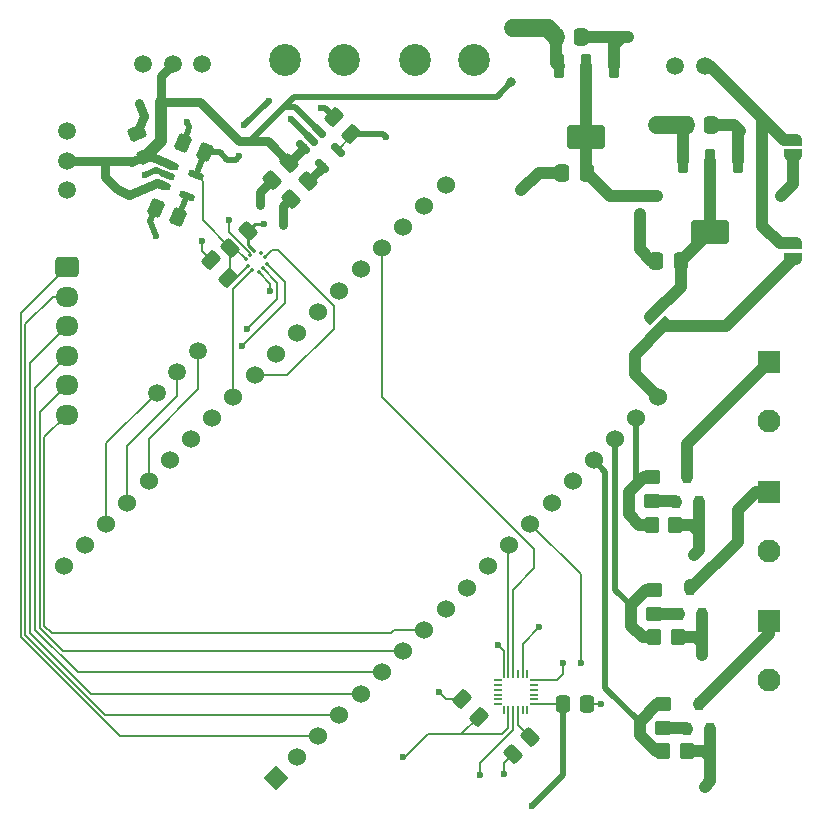
<source format=gbr>
%TF.GenerationSoftware,KiCad,Pcbnew,9.0.1*%
%TF.CreationDate,2025-04-15T15:10:41-07:00*%
%TF.ProjectId,IO:Sensor Board,494f3a53-656e-4736-9f72-20426f617264,rev?*%
%TF.SameCoordinates,Original*%
%TF.FileFunction,Copper,L1,Top*%
%TF.FilePolarity,Positive*%
%FSLAX46Y46*%
G04 Gerber Fmt 4.6, Leading zero omitted, Abs format (unit mm)*
G04 Created by KiCad (PCBNEW 9.0.1) date 2025-04-15 15:10:41*
%MOMM*%
%LPD*%
G01*
G04 APERTURE LIST*
G04 Aperture macros list*
%AMRoundRect*
0 Rectangle with rounded corners*
0 $1 Rounding radius*
0 $2 $3 $4 $5 $6 $7 $8 $9 X,Y pos of 4 corners*
0 Add a 4 corners polygon primitive as box body*
4,1,4,$2,$3,$4,$5,$6,$7,$8,$9,$2,$3,0*
0 Add four circle primitives for the rounded corners*
1,1,$1+$1,$2,$3*
1,1,$1+$1,$4,$5*
1,1,$1+$1,$6,$7*
1,1,$1+$1,$8,$9*
0 Add four rect primitives between the rounded corners*
20,1,$1+$1,$2,$3,$4,$5,0*
20,1,$1+$1,$4,$5,$6,$7,0*
20,1,$1+$1,$6,$7,$8,$9,0*
20,1,$1+$1,$8,$9,$2,$3,0*%
%AMRotRect*
0 Rectangle, with rotation*
0 The origin of the aperture is its center*
0 $1 length*
0 $2 width*
0 $3 Rotation angle, in degrees counterclockwise*
0 Add horizontal line*
21,1,$1,$2,0,0,$3*%
%AMFreePoly0*
4,1,23,0.499999,-0.750000,0.000000,-0.750000,0.000000,-0.745722,-0.065263,-0.745722,-0.191342,-0.711940,-0.304381,-0.646677,-0.396677,-0.554382,-0.461940,-0.441342,-0.495722,-0.315263,-0.495722,-0.250000,-0.500000,-0.250000,-0.500000,0.250000,-0.495722,0.250000,-0.495722,0.315263,-0.461940,0.441342,-0.396677,0.554382,-0.304381,0.646677,-0.191342,0.711940,-0.065263,0.745722,0.000000,0.745722,
0.000000,0.750000,0.499999,0.750000,0.499999,-0.750000,0.499999,-0.750000,$1*%
%AMFreePoly1*
4,1,23,0.000000,0.745722,0.065263,0.745722,0.191342,0.711940,0.304381,0.646677,0.396677,0.554382,0.461940,0.441342,0.495722,0.315263,0.495722,0.250000,0.500000,0.250000,0.500000,-0.250000,0.495722,-0.250000,0.495722,-0.315263,0.461940,-0.441342,0.396677,-0.554382,0.304381,-0.646677,0.191342,-0.711940,0.065263,-0.745722,0.000000,-0.745722,0.000000,-0.750000,-0.499999,-0.750000,
-0.499999,0.750000,0.000000,0.750000,0.000000,0.745722,0.000000,0.745722,$1*%
G04 Aperture macros list end*
%TA.AperFunction,SMDPad,CuDef*%
%ADD10RoundRect,0.250000X-0.337500X-0.475000X0.337500X-0.475000X0.337500X0.475000X-0.337500X0.475000X0*%
%TD*%
%TA.AperFunction,ComponentPad*%
%ADD11C,1.498600*%
%TD*%
%TA.AperFunction,SMDPad,CuDef*%
%ADD12RoundRect,0.250000X-0.350000X-0.450000X0.350000X-0.450000X0.350000X0.450000X-0.350000X0.450000X0*%
%TD*%
%TA.AperFunction,SMDPad,CuDef*%
%ADD13RoundRect,0.250000X0.574524X0.097227X0.097227X0.574524X-0.574524X-0.097227X-0.097227X-0.574524X0*%
%TD*%
%TA.AperFunction,SMDPad,CuDef*%
%ADD14RoundRect,0.250000X0.450000X-0.350000X0.450000X0.350000X-0.450000X0.350000X-0.450000X-0.350000X0*%
%TD*%
%TA.AperFunction,SMDPad,CuDef*%
%ADD15RoundRect,0.116250X-0.348750X0.873750X-0.348750X-0.873750X0.348750X-0.873750X0.348750X0.873750X0*%
%TD*%
%TA.AperFunction,SMDPad,CuDef*%
%ADD16RoundRect,0.247500X-1.367500X0.742500X-1.367500X-0.742500X1.367500X-0.742500X1.367500X0.742500X0*%
%TD*%
%TA.AperFunction,SMDPad,CuDef*%
%ADD17FreePoly0,315.000000*%
%TD*%
%TA.AperFunction,SMDPad,CuDef*%
%ADD18FreePoly1,315.000000*%
%TD*%
%TA.AperFunction,SMDPad,CuDef*%
%ADD19RoundRect,0.150000X-0.468458X0.256326X0.256326X-0.468458X0.468458X-0.256326X-0.256326X0.468458X0*%
%TD*%
%TA.AperFunction,SMDPad,CuDef*%
%ADD20RoundRect,0.250000X0.337500X0.475000X-0.337500X0.475000X-0.337500X-0.475000X0.337500X-0.475000X0*%
%TD*%
%TA.AperFunction,SMDPad,CuDef*%
%ADD21RoundRect,0.250000X-0.493584X-0.309687X0.130035X-0.567998X0.493584X0.309687X-0.130035X0.567998X0*%
%TD*%
%TA.AperFunction,ComponentPad*%
%ADD22R,1.950000X1.950000*%
%TD*%
%TA.AperFunction,ComponentPad*%
%ADD23C,1.950000*%
%TD*%
%TA.AperFunction,SMDPad,CuDef*%
%ADD24RoundRect,0.250000X0.097227X-0.574524X0.574524X-0.097227X-0.097227X0.574524X-0.574524X0.097227X0*%
%TD*%
%TA.AperFunction,SMDPad,CuDef*%
%ADD25FreePoly0,90.000000*%
%TD*%
%TA.AperFunction,SMDPad,CuDef*%
%ADD26FreePoly1,90.000000*%
%TD*%
%TA.AperFunction,ComponentPad*%
%ADD27C,2.700000*%
%TD*%
%TA.AperFunction,SMDPad,CuDef*%
%ADD28RotRect,0.254000X0.279400X135.000000*%
%TD*%
%TA.AperFunction,SMDPad,CuDef*%
%ADD29RotRect,0.254000X0.254000X45.000000*%
%TD*%
%TA.AperFunction,SMDPad,CuDef*%
%ADD30RoundRect,0.250000X-0.574524X-0.097227X-0.097227X-0.574524X0.574524X0.097227X0.097227X0.574524X0*%
%TD*%
%TA.AperFunction,SMDPad,CuDef*%
%ADD31R,0.650000X1.100000*%
%TD*%
%TA.AperFunction,SMDPad,CuDef*%
%ADD32RoundRect,0.150000X-0.530891X0.057543X0.416086X-0.334707X0.530891X-0.057543X-0.416086X0.334707X0*%
%TD*%
%TA.AperFunction,ComponentPad*%
%ADD33RotRect,1.530000X1.530000X135.000000*%
%TD*%
%TA.AperFunction,ComponentPad*%
%ADD34C,1.530000*%
%TD*%
%TA.AperFunction,SMDPad,CuDef*%
%ADD35R,0.660400X0.203200*%
%TD*%
%TA.AperFunction,SMDPad,CuDef*%
%ADD36R,0.203200X0.660400*%
%TD*%
%TA.AperFunction,SMDPad,CuDef*%
%ADD37RoundRect,0.250000X-0.567998X0.130035X-0.309687X-0.493584X0.567998X-0.130035X0.309687X0.493584X0*%
%TD*%
%TA.AperFunction,ComponentPad*%
%ADD38RoundRect,0.250000X-0.725000X0.600000X-0.725000X-0.600000X0.725000X-0.600000X0.725000X0.600000X0*%
%TD*%
%TA.AperFunction,ComponentPad*%
%ADD39O,1.950000X1.700000*%
%TD*%
%TA.AperFunction,SMDPad,CuDef*%
%ADD40FreePoly0,270.000000*%
%TD*%
%TA.AperFunction,SMDPad,CuDef*%
%ADD41FreePoly1,270.000000*%
%TD*%
%TA.AperFunction,SMDPad,CuDef*%
%ADD42RoundRect,0.250000X-0.097227X0.574524X-0.574524X0.097227X0.097227X-0.574524X0.574524X-0.097227X0*%
%TD*%
%TA.AperFunction,ViaPad*%
%ADD43C,0.600000*%
%TD*%
%TA.AperFunction,ViaPad*%
%ADD44C,0.800000*%
%TD*%
%TA.AperFunction,Conductor*%
%ADD45C,1.000000*%
%TD*%
%TA.AperFunction,Conductor*%
%ADD46C,0.175000*%
%TD*%
%TA.AperFunction,Conductor*%
%ADD47C,0.200000*%
%TD*%
%TA.AperFunction,Conductor*%
%ADD48C,0.500000*%
%TD*%
%TA.AperFunction,Conductor*%
%ADD49C,0.250000*%
%TD*%
%TA.AperFunction,Conductor*%
%ADD50C,0.750000*%
%TD*%
%TA.AperFunction,Conductor*%
%ADD51C,1.500000*%
%TD*%
G04 APERTURE END LIST*
D10*
%TO.P,C9,1*%
%TO.N,GND*%
X184925000Y-88000000D03*
%TO.P,C9,2*%
%TO.N,Net-(JP3-A)*%
X187000000Y-88000000D03*
%TD*%
D11*
%TO.P,J1,1,1*%
%TO.N,PYRO_1*%
X146142393Y-95606859D03*
%TO.P,J1,2,2*%
%TO.N,PYRO_2*%
X144374626Y-97374626D03*
%TO.P,J1,3,3*%
%TO.N,PYRO_3*%
X142606859Y-99142393D03*
%TD*%
D12*
%TO.P,R2,1*%
%TO.N,PYRO_6*%
X185500000Y-129500000D03*
%TO.P,R2,2*%
%TO.N,GND*%
X187500000Y-129500000D03*
%TD*%
D13*
%TO.P,C3,1*%
%TO.N,+3.3V_b*%
X148649714Y-89382812D03*
%TO.P,C3,2*%
%TO.N,GND*%
X147182468Y-87915566D03*
%TD*%
D14*
%TO.P,R3,1*%
%TO.N,Net-(Q2-Pad1)*%
X184760000Y-117850002D03*
%TO.P,R3,2*%
%TO.N,PYRO_7*%
X184760000Y-115850000D03*
%TD*%
D15*
%TO.P,U7,1,GND*%
%TO.N,GND*%
X191800001Y-79484998D03*
%TO.P,U7,2,VOUT*%
%TO.N,Net-(JP3-A)*%
X189500000Y-79485000D03*
%TO.P,U7,3,VIN*%
%TO.N,+12V*%
X187200001Y-79485000D03*
D16*
%TO.P,U7,4,VOUT*%
%TO.N,Net-(JP3-A)*%
X189500000Y-85515000D03*
%TD*%
D17*
%TO.P,JP3,1,A*%
%TO.N,Net-(JP3-A)*%
X184580762Y-92580762D03*
D18*
%TO.P,JP3,2,B*%
%TO.N,+5V_a*%
X185500000Y-93500000D03*
%TD*%
D19*
%TO.P,U5,1,IN*%
%TO.N,+5V_b*%
X156343503Y-76962040D03*
%TO.P,U5,2,GND*%
%TO.N,GND*%
X155671752Y-77633791D03*
%TO.P,U5,3,EN*%
%TO.N,+5V_b*%
X155000001Y-78305542D03*
%TO.P,U5,4,BP*%
%TO.N,Net-(U5-BP)*%
X156608669Y-79914210D03*
%TO.P,U5,5,OUT*%
%TO.N,+1.8V*%
X157952171Y-78570708D03*
%TD*%
D20*
%TO.P,C14,1*%
%TO.N,GND*%
X178537500Y-69000000D03*
%TO.P,C14,2*%
%TO.N,+12V*%
X176462500Y-69000000D03*
%TD*%
D10*
%TO.P,C15,1*%
%TO.N,GND*%
X176962499Y-80514999D03*
%TO.P,C15,2*%
%TO.N,Net-(JP2-A)*%
X179037499Y-80514999D03*
%TD*%
D21*
%TO.P,C5,1*%
%TO.N,GND*%
X142529344Y-83498106D03*
%TO.P,C5,2*%
%TO.N,Net-(U3-BP)*%
X144446394Y-84292174D03*
%TD*%
D22*
%TO.P,P2,1,1*%
%TO.N,Net-(P2-Pad1)*%
X194500000Y-107500000D03*
D23*
%TO.P,P2,2,2*%
%TO.N,+12V*%
X194500000Y-112500000D03*
%TD*%
D24*
%TO.P,C6,1*%
%TO.N,GND*%
X153974696Y-82707282D03*
%TO.P,C6,2*%
%TO.N,Net-(U5-BP)*%
X155441942Y-81240036D03*
%TD*%
D25*
%TO.P,JP2,1,A*%
%TO.N,Net-(JP2-A)*%
X196500000Y-79000000D03*
D26*
%TO.P,JP2,2,B*%
%TO.N,+5V_b*%
X196500002Y-77699998D03*
%TD*%
D20*
%TO.P,C10,1*%
%TO.N,GND*%
X189537500Y-76500000D03*
%TO.P,C10,2*%
%TO.N,+12V*%
X187462500Y-76500000D03*
%TD*%
D27*
%TO.P,U10,P$1,+*%
%TO.N,+12V*%
X164500000Y-71000000D03*
%TO.P,U10,P$2,-*%
%TO.N,GND*%
X169500000Y-71000000D03*
%TD*%
D24*
%TO.P,C4,1*%
%TO.N,GND*%
X152383705Y-81116291D03*
%TO.P,C4,2*%
%TO.N,+5V_b*%
X153850951Y-79649045D03*
%TD*%
D14*
%TO.P,R1,1*%
%TO.N,Net-(Q1-Pad1)*%
X185500000Y-127500001D03*
%TO.P,R1,2*%
%TO.N,PYRO_6*%
X185500000Y-125499999D03*
%TD*%
D22*
%TO.P,P3,1,1*%
%TO.N,Net-(P3-Pad1)*%
X194500000Y-96500000D03*
D23*
%TO.P,P3,2,2*%
%TO.N,+12V*%
X194500000Y-101500000D03*
%TD*%
D28*
%TO.P,U1,1,VDDIO*%
%TO.N,+3.3V_b*%
X150332203Y-88407431D03*
%TO.P,U1,2,SCK*%
%TO.N,BMP_CLK*%
X150685757Y-88760985D03*
D29*
%TO.P,U1,3,VSS*%
%TO.N,GND*%
X151239636Y-88946741D03*
%TO.P,U1,4,SDI*%
%TO.N,BMP_MOSI*%
X151593188Y-88593188D03*
%TO.P,U1,5,SDO*%
%TO.N,BMP_MISO*%
X151946741Y-88239636D03*
D28*
%TO.P,U1,6,CSB*%
%TO.N,BMP_CS*%
X151760985Y-87685757D03*
%TO.P,U1,7,INT*%
%TO.N,BMP_INT*%
X151407431Y-87332203D03*
D29*
%TO.P,U1,8,VSS*%
%TO.N,GND*%
X150853552Y-87146447D03*
%TO.P,U1,9,VSS*%
X150500000Y-87500000D03*
%TO.P,U1,10,VDD*%
%TO.N,+3.3V_b*%
X150146447Y-87853552D03*
%TD*%
D11*
%TO.P,J4,1,1*%
%TO.N,+5V_b*%
X189000000Y-71500000D03*
%TO.P,J4,2,2*%
%TO.N,GND*%
X186500000Y-71500000D03*
%TD*%
D30*
%TO.P,C8,1*%
%TO.N,GND*%
X157625134Y-75768798D03*
%TO.P,C8,2*%
%TO.N,+1.8V*%
X159092380Y-77236044D03*
%TD*%
D13*
%TO.P,C12,1*%
%TO.N,+1.8V*%
X169908624Y-126558624D03*
%TO.P,C12,2*%
%TO.N,GND*%
X168441378Y-125091378D03*
%TD*%
D31*
%TO.P,Q1,1*%
%TO.N,Net-(Q1-Pad1)*%
X187540000Y-127600001D03*
%TO.P,Q1,2*%
%TO.N,GND*%
X189460000Y-127600001D03*
%TO.P,Q1,3*%
%TO.N,Net-(P1-Pad1)*%
X188500000Y-125500000D03*
%TD*%
D15*
%TO.P,U9,1,GND*%
%TO.N,GND*%
X181300001Y-71484998D03*
%TO.P,U9,2,VOUT*%
%TO.N,Net-(JP2-A)*%
X179000000Y-71485000D03*
%TO.P,U9,3,VIN*%
%TO.N,+12V*%
X176700001Y-71485000D03*
D16*
%TO.P,U9,4,VOUT*%
%TO.N,Net-(JP2-A)*%
X179000000Y-77515000D03*
%TD*%
D14*
%TO.P,R5,1*%
%TO.N,Net-(Q3-Pad1)*%
X184540000Y-108299999D03*
%TO.P,R5,2*%
%TO.N,PYRO_8*%
X184540000Y-106299999D03*
%TD*%
D11*
%TO.P,J5,1,1*%
%TO.N,SERVO_6*%
X135000000Y-77000000D03*
%TO.P,J5,2,2*%
%TO.N,+5V_b*%
X135000000Y-79500000D03*
%TO.P,J5,3,3*%
%TO.N,GND*%
X135000000Y-82000000D03*
%TD*%
D32*
%TO.P,U3,1,IN*%
%TO.N,+5V_b*%
X143837036Y-79818442D03*
%TO.P,U3,2,GND*%
%TO.N,GND*%
X143473487Y-80696127D03*
%TO.P,U3,3,EN*%
%TO.N,+5V_b*%
X143109937Y-81573812D03*
%TO.P,U3,4,BP*%
%TO.N,Net-(U3-BP)*%
X145211764Y-82444416D03*
%TO.P,U3,5,OUT*%
%TO.N,+3.3V_b*%
X145938863Y-80689046D03*
%TD*%
D31*
%TO.P,Q2,1*%
%TO.N,Net-(Q2-Pad1)*%
X186840000Y-117850001D03*
%TO.P,Q2,2*%
%TO.N,GND*%
X188760000Y-117850001D03*
%TO.P,Q2,3*%
%TO.N,Net-(P2-Pad1)*%
X187800000Y-115750000D03*
%TD*%
D24*
%TO.P,C2,1*%
%TO.N,+3.3V_b*%
X148844169Y-86890261D03*
%TO.P,C2,2*%
%TO.N,GND*%
X150311415Y-85423015D03*
%TD*%
D10*
%TO.P,C11,1*%
%TO.N,+3.3V_b*%
X177000001Y-125500000D03*
%TO.P,C11,2*%
%TO.N,GND*%
X179075001Y-125500000D03*
%TD*%
D33*
%TO.P,U2,1,3V3*%
%TO.N,unconnected-(U2-3V3-Pad1)*%
X152703949Y-131796051D03*
D34*
%TO.P,U2,2,EN*%
%TO.N,unconnected-(U2-EN-Pad2)*%
X154500000Y-130000000D03*
%TO.P,U2,3,SENSOR_VP*%
%TO.N,SERVO_1*%
X156296052Y-128203949D03*
%TO.P,U2,4,SENSOR_VN*%
%TO.N,SERVO_2*%
X158092103Y-126407897D03*
%TO.P,U2,5,IO34*%
%TO.N,SERVO_3*%
X159888154Y-124611846D03*
%TO.P,U2,6,IO35*%
%TO.N,SERVO_4*%
X161684205Y-122815795D03*
%TO.P,U2,7,IO32*%
%TO.N,PYRO_4*%
X163480257Y-121019744D03*
%TO.P,U2,8,IO33*%
%TO.N,PYRO_5*%
X165276308Y-119223693D03*
%TO.P,U2,9,IO25*%
%TO.N,unconnected-(U2-IO25-Pad9)*%
X167072359Y-117427641D03*
%TO.P,U2,10,IO26*%
%TO.N,unconnected-(U2-IO26-Pad10)*%
X168868410Y-115631590D03*
%TO.P,U2,11,IO27*%
%TO.N,unconnected-(U2-IO27-Pad11)*%
X170664461Y-113835539D03*
%TO.P,U2,12,IO14*%
%TO.N,ICM_CLK*%
X172460513Y-112039488D03*
%TO.P,U2,13,IO12*%
%TO.N,ICM_MISO*%
X174256564Y-110243436D03*
%TO.P,U2,14,GND1*%
%TO.N,GND*%
X176052615Y-108447385D03*
%TO.P,U2,15,IO13*%
%TO.N,ICM_MOSI*%
X177848666Y-106651334D03*
%TO.P,U2,16,SD2*%
%TO.N,PYRO_6*%
X179644718Y-104855283D03*
%TO.P,U2,17,SD3*%
%TO.N,PYRO_7*%
X181440769Y-103059231D03*
%TO.P,U2,18,CMD*%
%TO.N,PYRO_8*%
X183236820Y-101263180D03*
%TO.P,U2,19,EXT_5V*%
%TO.N,+5V_a*%
X185032871Y-99467129D03*
%TO.P,U2,20,CLK*%
%TO.N,unconnected-(U2-CLK-Pad20)*%
X167072359Y-81506617D03*
%TO.P,U2,21,SD0*%
%TO.N,unconnected-(U2-SD0-Pad21)*%
X165276308Y-83302668D03*
%TO.P,U2,22,SD1*%
%TO.N,unconnected-(U2-SD1-Pad22)*%
X163480257Y-85098719D03*
%TO.P,U2,23,IO15*%
%TO.N,ICM_CS*%
X161684205Y-86894770D03*
%TO.P,U2,24,IO2*%
%TO.N,unconnected-(U2-IO2-Pad24)*%
X159888154Y-88690822D03*
%TO.P,U2,25,IO0*%
%TO.N,unconnected-(U2-IO0-Pad25)*%
X158092103Y-90486873D03*
%TO.P,U2,26,IO4*%
%TO.N,unconnected-(U2-IO4-Pad26)*%
X156296052Y-92282924D03*
%TO.P,U2,27,IO16*%
%TO.N,SERVO_5*%
X154500000Y-94078975D03*
%TO.P,U2,28,IO17*%
%TO.N,SERVO_6*%
X152703949Y-95875027D03*
%TO.P,U2,29,IO5*%
%TO.N,BMP_CS*%
X150907898Y-97671078D03*
%TO.P,U2,30,IO18*%
%TO.N,BMP_CLK*%
X149111847Y-99467129D03*
%TO.P,U2,31,IO19*%
%TO.N,BMP_MISO*%
X147315795Y-101263180D03*
%TO.P,U2,32,GND2*%
%TO.N,GND*%
X145519744Y-103059231D03*
%TO.P,U2,33,IO21*%
%TO.N,unconnected-(U2-IO21-Pad33)*%
X143723693Y-104855283D03*
%TO.P,U2,34,RXD0*%
%TO.N,PYRO_1*%
X141927642Y-106651334D03*
%TO.P,U2,35,TXD0*%
%TO.N,PYRO_2*%
X140131591Y-108447385D03*
%TO.P,U2,36,IO22*%
%TO.N,PYRO_3*%
X138335539Y-110243436D03*
%TO.P,U2,37,IO23*%
%TO.N,BMP_MOSI*%
X136539488Y-112039488D03*
%TO.P,U2,38,GND3*%
%TO.N,GND*%
X134743437Y-113835539D03*
%TD*%
D12*
%TO.P,R6,1*%
%TO.N,PYRO_8*%
X184540000Y-110299999D03*
%TO.P,R6,2*%
%TO.N,GND*%
X186540000Y-110299999D03*
%TD*%
D35*
%TO.P,U4,1,NC*%
%TO.N,unconnected-(U4-NC-Pad1)*%
X171476000Y-123499999D03*
%TO.P,U4,2,NC*%
%TO.N,unconnected-(U4-NC-Pad2)*%
X171476000Y-123900001D03*
%TO.P,U4,3,NC*%
%TO.N,unconnected-(U4-NC-Pad3)*%
X171476000Y-124300000D03*
%TO.P,U4,4,NC*%
%TO.N,unconnected-(U4-NC-Pad4)*%
X171476000Y-124700000D03*
%TO.P,U4,5,NC*%
%TO.N,unconnected-(U4-NC-Pad5)*%
X171476000Y-125099999D03*
%TO.P,U4,6,NC*%
%TO.N,unconnected-(U4-NC-Pad6)*%
X171476000Y-125500001D03*
D36*
%TO.P,U4,7,AUX_CL*%
%TO.N,unconnected-(U4-AUX_CL-Pad7)*%
X171999999Y-126024000D03*
%TO.P,U4,8,VDDIO*%
%TO.N,+1.8V*%
X172400001Y-126024000D03*
%TO.P,U4,9,SDO/AD0*%
%TO.N,ICM_MISO*%
X172800000Y-126024000D03*
%TO.P,U4,10,REGOUT*%
%TO.N,Net-(U4-REGOUT)*%
X173200000Y-126024000D03*
%TO.P,U4,11,FSYNC*%
%TO.N,FSYNC*%
X173599999Y-126024000D03*
%TO.P,U4,12,INT1*%
%TO.N,ICM_INT*%
X174000001Y-126024000D03*
D35*
%TO.P,U4,13,VDD*%
%TO.N,+3.3V_b*%
X174524000Y-125500001D03*
%TO.P,U4,14,NC*%
%TO.N,unconnected-(U4-NC-Pad14)*%
X174524000Y-125099999D03*
%TO.P,U4,15,NC*%
%TO.N,unconnected-(U4-NC-Pad15)*%
X174524000Y-124700000D03*
%TO.P,U4,16,NC*%
%TO.N,unconnected-(U4-NC-Pad16)*%
X174524000Y-124300000D03*
%TO.P,U4,17,NC*%
%TO.N,unconnected-(U4-NC-Pad17)*%
X174524000Y-123900001D03*
%TO.P,U4,18,GND*%
%TO.N,GND*%
X174524000Y-123499999D03*
D36*
%TO.P,U4,19,RESV*%
%TO.N,unconnected-(U4-RESV-Pad19)*%
X174000001Y-122976000D03*
%TO.P,U4,20,RESV_GND*%
%TO.N,GND*%
X173599999Y-122976000D03*
%TO.P,U4,21,AUX_DA*%
%TO.N,unconnected-(U4-AUX_DA-Pad21)*%
X173200000Y-122976000D03*
%TO.P,U4,22,nCS*%
%TO.N,ICM_CS*%
X172800000Y-122976000D03*
%TO.P,U4,23,SCL/SCLK*%
%TO.N,ICM_CLK*%
X172400001Y-122976000D03*
%TO.P,U4,24,SDA/SDI*%
%TO.N,ICM_MOSI*%
X171999999Y-122976000D03*
%TD*%
D37*
%TO.P,C1,1*%
%TO.N,GND*%
X140921070Y-77167102D03*
%TO.P,C1,2*%
%TO.N,+5V_b*%
X141715138Y-79084152D03*
%TD*%
D31*
%TO.P,Q3,1*%
%TO.N,Net-(Q3-Pad1)*%
X186580000Y-108400000D03*
%TO.P,Q3,2*%
%TO.N,GND*%
X188500000Y-108400000D03*
%TO.P,Q3,3*%
%TO.N,Net-(P3-Pad1)*%
X187540000Y-106299999D03*
%TD*%
D11*
%TO.P,J2,1,1*%
%TO.N,SERVO_5*%
X146466600Y-71329801D03*
%TO.P,J2,2,2*%
%TO.N,+5V_b*%
X143966600Y-71329801D03*
%TO.P,J2,3,3*%
%TO.N,GND*%
X141466600Y-71329801D03*
%TD*%
D38*
%TO.P,J3,1,1*%
%TO.N,SERVO_1*%
X135000000Y-88500000D03*
D39*
%TO.P,J3,2,2*%
%TO.N,SERVO_2*%
X135000000Y-91000000D03*
%TO.P,J3,3,3*%
%TO.N,SERVO_3*%
X135000000Y-93500000D03*
%TO.P,J3,4,4*%
%TO.N,SERVO_4*%
X135000000Y-95999999D03*
%TO.P,J3,5,5*%
%TO.N,PYRO_4*%
X134999999Y-98499999D03*
%TO.P,J3,6,6*%
%TO.N,PYRO_5*%
X135000000Y-101000000D03*
%TD*%
D21*
%TO.P,C7,1*%
%TO.N,GND*%
X144825447Y-77954828D03*
%TO.P,C7,2*%
%TO.N,+3.3V_b*%
X146742497Y-78748896D03*
%TD*%
D40*
%TO.P,JP1,1,A*%
%TO.N,+5V_b*%
X196500000Y-86500000D03*
D41*
%TO.P,JP1,2,B*%
%TO.N,+5V_a*%
X196500002Y-87800002D03*
%TD*%
D22*
%TO.P,P1,1,1*%
%TO.N,Net-(P1-Pad1)*%
X194462500Y-118500000D03*
D23*
%TO.P,P1,2,2*%
%TO.N,+12V*%
X194462500Y-123500000D03*
%TD*%
D12*
%TO.P,R4,1*%
%TO.N,PYRO_7*%
X184760000Y-119850001D03*
%TO.P,R4,2*%
%TO.N,GND*%
X186760000Y-119850001D03*
%TD*%
D42*
%TO.P,C13,1*%
%TO.N,Net-(U4-REGOUT)*%
X174233624Y-128266377D03*
%TO.P,C13,2*%
%TO.N,GND*%
X172766378Y-129733623D03*
%TD*%
D27*
%TO.P,U8,P$1,+*%
%TO.N,+12V*%
X153500000Y-71000000D03*
%TO.P,U8,P$2,-*%
%TO.N,GND*%
X158500000Y-71000000D03*
%TD*%
D43*
%TO.N,GND*%
X145175302Y-76186325D03*
D44*
X189000000Y-132500000D03*
D43*
X152231775Y-90500000D03*
D44*
X188080000Y-112900000D03*
D43*
X156500000Y-75000000D03*
X146424375Y-86251819D03*
D44*
X188760000Y-121350001D03*
D43*
X180200001Y-125500000D03*
X141611915Y-80682712D03*
X154001213Y-75963252D03*
X151725629Y-84821974D03*
X142588226Y-85903759D03*
X177000000Y-122000000D03*
X183500000Y-84000000D03*
X153326086Y-84938125D03*
X172000001Y-131400001D03*
D44*
X182500000Y-69000000D03*
D43*
X173500000Y-82000000D03*
X175000000Y-119000000D03*
X148702748Y-84521454D03*
D44*
X192000000Y-77000000D03*
D43*
X166500001Y-124500001D03*
X151376086Y-83238125D03*
X141094532Y-74629459D03*
D44*
%TO.N,+5V_b*%
X172650000Y-72850000D03*
D43*
%TO.N,ICM_MOSI*%
X171500000Y-120500000D03*
%TO.N,+3.3V_b*%
X152100000Y-74400000D03*
X174400000Y-134100000D03*
X150000000Y-76500000D03*
X149600000Y-79100000D03*
D44*
%TO.N,+12V*%
X185000000Y-76500000D03*
X172800000Y-68251000D03*
%TO.N,Net-(JP2-A)*%
X185000000Y-82500000D03*
X195500000Y-82500000D03*
D43*
%TO.N,+1.8V*%
X163500000Y-130000000D03*
X162000000Y-77500000D03*
%TO.N,ICM_MISO*%
X178500000Y-122000000D03*
X170000000Y-131500000D03*
%TO.N,BMP_MISO*%
X149850000Y-95150000D03*
%TO.N,BMP_MOSI*%
X150300000Y-93700000D03*
%TD*%
D45*
%TO.N,GND*%
X188500000Y-112480000D02*
X188080000Y-112900000D01*
D46*
X152231775Y-90500000D02*
X152231775Y-90609079D01*
D47*
X167091378Y-125091377D02*
X166500001Y-124500001D01*
D45*
X191800001Y-77199999D02*
X192000000Y-77000000D01*
D48*
X142060560Y-84629857D02*
X142529349Y-83498105D01*
D45*
X191800001Y-79484998D02*
X191800001Y-77199999D01*
X189460000Y-130000000D02*
X189460000Y-132040000D01*
X178537500Y-69000000D02*
X182000000Y-69000000D01*
D48*
X145366644Y-76648263D02*
X145175302Y-76186325D01*
D45*
X188760000Y-117850001D02*
X188760000Y-120350001D01*
X181300001Y-69699999D02*
X182000000Y-69000000D01*
X188500000Y-110900000D02*
X188500000Y-112480000D01*
D49*
X150853552Y-87146447D02*
X150311415Y-86604310D01*
D50*
X141094532Y-74629459D02*
X141091546Y-74622249D01*
D46*
X151239635Y-88946741D02*
X152231775Y-89938880D01*
X172766378Y-129733622D02*
X172000001Y-130500000D01*
X148702748Y-84521454D02*
X148702748Y-85511403D01*
D45*
X184500000Y-88000000D02*
X184925000Y-88000000D01*
D46*
X172000001Y-131400001D02*
X172000001Y-131500000D01*
D45*
X181300001Y-71484998D02*
X181300001Y-69699999D01*
D50*
X151376086Y-82123914D02*
X152383706Y-81116294D01*
D48*
X142588226Y-85903759D02*
X142060560Y-84629857D01*
D46*
X173599999Y-122976000D02*
X173599999Y-120400001D01*
X147182467Y-87915567D02*
X146424374Y-87157469D01*
D45*
X188500000Y-108400000D02*
X188500000Y-110900000D01*
D48*
X157625134Y-75768798D02*
X156856336Y-75000000D01*
D46*
X176475002Y-123500000D02*
X177000000Y-122975002D01*
D45*
X186540000Y-110299999D02*
X187899999Y-110299999D01*
D48*
X156856336Y-75000000D02*
X156500000Y-75000000D01*
D45*
X182000000Y-69000000D02*
X182500000Y-69000000D01*
X175514999Y-80514999D02*
X174985001Y-80514999D01*
D50*
X151376086Y-83238125D02*
X151376086Y-82123914D01*
D49*
X150912456Y-84821974D02*
X151725629Y-84821974D01*
D45*
X189460000Y-132040000D02*
X189000000Y-132500000D01*
X188760000Y-120350001D02*
X188760000Y-121350001D01*
D46*
X150499999Y-87308655D02*
X150499999Y-87500000D01*
D50*
X153326086Y-84938125D02*
X153326086Y-83355892D01*
X140921071Y-77167103D02*
X141533366Y-75688895D01*
D49*
X150311415Y-86604310D02*
X150311415Y-85423015D01*
D45*
X183500000Y-84000000D02*
X183500000Y-87000000D01*
X176962499Y-80514999D02*
X175514999Y-80514999D01*
D48*
X142526513Y-80303874D02*
X143473487Y-80696126D01*
D45*
X187500000Y-129500000D02*
X188960000Y-129500000D01*
X188260000Y-119850001D02*
X188760000Y-120350001D01*
X186760000Y-119850001D02*
X188260000Y-119850001D01*
D46*
X173599999Y-120400001D02*
X175000000Y-119000000D01*
D48*
X141611915Y-80682712D02*
X142526513Y-80303874D01*
X144825449Y-77954825D02*
X145236829Y-76961655D01*
D46*
X179075001Y-125500000D02*
X180200001Y-125500000D01*
D50*
X141533366Y-75688895D02*
X141094532Y-74629459D01*
D45*
X188960000Y-129500000D02*
X189460000Y-130000000D01*
X183500000Y-87000000D02*
X184500000Y-88000000D01*
D46*
X148702748Y-85511403D02*
X150499999Y-87308655D01*
X152231775Y-89938880D02*
X152231775Y-90500000D01*
D48*
X145236829Y-76961655D02*
X145366644Y-76648263D01*
D46*
X172000001Y-130500000D02*
X172000001Y-131400001D01*
D50*
X153326086Y-83355892D02*
X153974695Y-82707283D01*
D45*
X191500000Y-76500000D02*
X192000000Y-77000000D01*
D46*
X146424374Y-87157469D02*
X146424375Y-86251819D01*
D47*
X168441378Y-125091377D02*
X167091378Y-125091377D01*
D46*
X176475002Y-123500000D02*
X174524001Y-123500000D01*
D45*
X189460000Y-127600001D02*
X189460000Y-130000000D01*
D46*
X177000000Y-122975002D02*
X177000000Y-122000000D01*
D45*
X174985001Y-80514999D02*
X173500000Y-82000000D01*
D48*
X155671752Y-77633791D02*
X154001213Y-75963252D01*
D45*
X189537500Y-76500000D02*
X191500000Y-76500000D01*
D49*
X150311415Y-85423015D02*
X150912456Y-84821974D01*
D45*
X187899999Y-110299999D02*
X188500000Y-110900000D01*
D46*
%TO.N,Net-(U4-REGOUT)*%
X173200001Y-127232754D02*
X174233624Y-128266377D01*
X173200001Y-126024000D02*
X173200001Y-127232754D01*
D48*
%TO.N,+5V_b*%
X153364824Y-74973301D02*
X154238125Y-74100000D01*
D50*
X139216039Y-81920034D02*
X140306216Y-82371600D01*
X140306216Y-82371600D02*
X142671091Y-81392033D01*
D45*
X189500000Y-71500000D02*
X189000000Y-71500000D01*
D50*
X143109940Y-81573807D02*
X142671091Y-81392033D01*
D45*
X195400000Y-86500000D02*
X193900000Y-85000000D01*
D50*
X141889724Y-79011835D02*
X143837033Y-79818439D01*
X143000000Y-74500000D02*
X143000000Y-72296401D01*
D45*
X141715138Y-79084152D02*
X143000000Y-77799290D01*
D50*
X140452506Y-79607154D02*
X140345352Y-79500000D01*
D45*
X143000000Y-77799290D02*
X143000000Y-74500000D01*
X196500000Y-86500000D02*
X195400000Y-86500000D01*
D50*
X138200000Y-79500000D02*
X135000000Y-79500000D01*
D48*
X153364824Y-74973301D02*
X150500000Y-77838125D01*
D45*
X193900000Y-75900000D02*
X193200000Y-75200000D01*
X193900000Y-85000000D02*
X193900000Y-75900000D01*
D50*
X155000000Y-78500000D02*
X155000002Y-78305544D01*
D45*
X196500002Y-77699998D02*
X195699998Y-77699998D01*
D50*
X138200000Y-80903995D02*
X139216039Y-81920034D01*
D48*
X154238125Y-74100000D02*
X171400000Y-74100000D01*
D45*
X193200000Y-75200000D02*
X189500000Y-71500000D01*
D50*
X152040031Y-77838125D02*
X150500000Y-77838125D01*
D48*
X156343504Y-76962041D02*
X154354765Y-74973301D01*
D50*
X152040031Y-77838125D02*
X153850951Y-79649045D01*
D48*
X154354765Y-74973301D02*
X153364824Y-74973301D01*
D50*
X138200000Y-79500000D02*
X138200000Y-80903995D01*
X149605892Y-77838125D02*
X146267767Y-74500000D01*
X140345352Y-79500000D02*
X138200000Y-79500000D01*
X153850953Y-79649046D02*
X155000000Y-78500000D01*
D48*
X171400000Y-74100000D02*
X172650000Y-72850000D01*
D50*
X143000000Y-72296401D02*
X143966600Y-71329801D01*
X150500000Y-77838125D02*
X149605892Y-77838125D01*
D45*
X195699998Y-77699998D02*
X193200000Y-75200000D01*
D50*
X146267767Y-74500000D02*
X143000000Y-74500000D01*
X140452506Y-79607154D02*
X141889724Y-79011835D01*
D45*
%TO.N,Net-(JP3-A)*%
X184580762Y-92580762D02*
X187000000Y-90161524D01*
X187015000Y-88000000D02*
X189500000Y-85515000D01*
X187000000Y-90161524D02*
X187000000Y-88000000D01*
X187000000Y-88000000D02*
X187015000Y-88000000D01*
X189500000Y-85515000D02*
X189500000Y-79485000D01*
D47*
%TO.N,PYRO_3*%
X138335539Y-103413713D02*
X142606859Y-99142393D01*
X138335539Y-110243436D02*
X138335539Y-103413713D01*
D46*
%TO.N,ICM_MOSI*%
X171999999Y-122976000D02*
X171999999Y-120999999D01*
X171999999Y-120999999D02*
X171500000Y-120500000D01*
D48*
%TO.N,+3.3V_b*%
X148596681Y-86890261D02*
X148844169Y-86890261D01*
D46*
X150332203Y-88407431D02*
X149356821Y-89382813D01*
X174524002Y-125500000D02*
X174524001Y-125500002D01*
D48*
X148600000Y-79400000D02*
X149300000Y-79400000D01*
X148649715Y-89453523D02*
X148649715Y-89382813D01*
X174400000Y-134100000D02*
X177000001Y-131499999D01*
X177000001Y-131499999D02*
X177000001Y-125500000D01*
D46*
X146500000Y-81250183D02*
X145938863Y-80689046D01*
D48*
X146742497Y-78748894D02*
X145938862Y-80689043D01*
X149300000Y-79400000D02*
X149600000Y-79100000D01*
X147948896Y-78748896D02*
X148600000Y-79400000D01*
D46*
X148649715Y-89382813D02*
X148844169Y-89188358D01*
X149183156Y-86890261D02*
X148844169Y-86890261D01*
D48*
X146742497Y-78748896D02*
X147948896Y-78748896D01*
D46*
X148844169Y-89188358D02*
X148844169Y-86890261D01*
D48*
X152100000Y-74400000D02*
X150000000Y-76500000D01*
D46*
X146500000Y-84546092D02*
X146500000Y-81250183D01*
X149356821Y-89382813D02*
X148649715Y-89382813D01*
X148844169Y-86890261D02*
X146500000Y-84546092D01*
X150146447Y-87853552D02*
X149183156Y-86890261D01*
X177000001Y-125499999D02*
X174524002Y-125500000D01*
D45*
%TO.N,+5V_a*%
X185500000Y-93500000D02*
X183100000Y-95900000D01*
X183100000Y-97534258D02*
X185032871Y-99467129D01*
X190800004Y-93500000D02*
X185500000Y-93500000D01*
X196500002Y-87800002D02*
X190800004Y-93500000D01*
X183100000Y-95900000D02*
X183100000Y-97534258D01*
%TO.N,+12V*%
X176462500Y-69000000D02*
X176462500Y-71247499D01*
D51*
X172800000Y-68251000D02*
X175713500Y-68251000D01*
X175713500Y-68251000D02*
X176462500Y-69000000D01*
D45*
X176462500Y-71247499D02*
X176700001Y-71485000D01*
D51*
X185000000Y-76500000D02*
X187462500Y-76500000D01*
D45*
X187200001Y-76762499D02*
X187462500Y-76500000D01*
X187200001Y-79485000D02*
X187200001Y-76762499D01*
%TO.N,Net-(JP2-A)*%
X179000000Y-80477500D02*
X179037500Y-80515000D01*
X185000000Y-82500000D02*
X181022500Y-82500000D01*
X179000000Y-77515000D02*
X179000000Y-80477500D01*
X181022500Y-82500000D02*
X179037499Y-80514999D01*
X179000000Y-77515000D02*
X179000000Y-71485000D01*
X196500000Y-79000000D02*
X196500000Y-81500000D01*
X179037499Y-80514999D02*
X179037499Y-80537499D01*
X196500000Y-81500000D02*
X195500000Y-82500000D01*
D47*
%TO.N,SERVO_3*%
X131903000Y-96597000D02*
X135000000Y-93500000D01*
X131903000Y-119468800D02*
X131903000Y-96597000D01*
X159888154Y-124611846D02*
X137046046Y-124611846D01*
X137046046Y-124611846D02*
X131903000Y-119468800D01*
%TO.N,SERVO_1*%
X139503949Y-128203949D02*
X131101000Y-119801000D01*
X156296052Y-128203949D02*
X139503949Y-128203949D01*
X131101000Y-92399000D02*
X135000000Y-88500000D01*
X131101000Y-119801000D02*
X131101000Y-92399000D01*
D45*
%TO.N,Net-(P1-Pad1)*%
X188500000Y-125500000D02*
X194462500Y-119537500D01*
X194462500Y-119537500D02*
X194462500Y-118500000D01*
%TO.N,Net-(P2-Pad1)*%
X193400000Y-107500000D02*
X194500000Y-107500000D01*
X191800000Y-109100000D02*
X193400000Y-107500000D01*
X187800000Y-115750000D02*
X187800000Y-115410001D01*
X187800000Y-115750000D02*
X191800000Y-111750000D01*
X191800000Y-111750000D02*
X191800000Y-109100000D01*
D46*
%TO.N,ICM_CLK*%
X172400001Y-122976000D02*
X172400001Y-112100000D01*
X172400001Y-112100000D02*
X172460513Y-112039488D01*
D47*
%TO.N,SERVO_2*%
X158092103Y-126407897D02*
X138274997Y-126407897D01*
X131502000Y-93298000D02*
X133800000Y-91000000D01*
X138274997Y-126407897D02*
X131502000Y-119634900D01*
X131502000Y-119634900D02*
X131502000Y-93298000D01*
X133800000Y-91000000D02*
X135000000Y-91000000D01*
%TO.N,PYRO_2*%
X140131591Y-108447385D02*
X140131591Y-103668409D01*
X144374626Y-99425374D02*
X144374626Y-97374626D01*
X140131591Y-103668409D02*
X144374626Y-99425374D01*
D46*
%TO.N,+1.8V*%
X165550000Y-128050000D02*
X167975000Y-128050000D01*
X157952172Y-78570709D02*
X159092381Y-77430498D01*
X163600000Y-130000000D02*
X165550000Y-128050000D01*
D48*
X159092380Y-77236044D02*
X161736044Y-77236044D01*
D46*
X159092381Y-77430498D02*
X159092382Y-77236043D01*
X168417248Y-128050000D02*
X169908624Y-126558623D01*
D48*
X161736044Y-77236044D02*
X162000000Y-77500000D01*
D46*
X171837500Y-128050000D02*
X172400002Y-127487499D01*
X163500000Y-130000000D02*
X163600000Y-130000000D01*
X172400002Y-127487499D02*
X172400002Y-126024000D01*
X167975000Y-128050000D02*
X168417248Y-128050000D01*
X167975000Y-128050000D02*
X171837500Y-128050000D01*
%TO.N,ICM_MISO*%
X172800000Y-127700000D02*
X170000000Y-130500000D01*
X178500000Y-114486872D02*
X174256564Y-110243436D01*
X178500000Y-122000000D02*
X178500000Y-114486872D01*
X172800000Y-126024000D02*
X172800000Y-127700000D01*
X170000000Y-130500000D02*
X170000000Y-131500000D01*
%TO.N,BMP_CS*%
X152850000Y-87050000D02*
X157600000Y-91800000D01*
X157600000Y-91800000D02*
X157600000Y-93700000D01*
X152396742Y-87050000D02*
X152850000Y-87050000D01*
X153628922Y-97671078D02*
X150907898Y-97671078D01*
X151760985Y-87685757D02*
X152396742Y-87050000D01*
X157600000Y-93700000D02*
X153628922Y-97671078D01*
%TO.N,ICM_CS*%
X161684205Y-99484205D02*
X161684205Y-86894770D01*
X172800001Y-115799999D02*
X174600000Y-114000000D01*
X172800001Y-122975999D02*
X172800001Y-115799999D01*
X174600000Y-112400000D02*
X161684205Y-99484205D01*
X174600000Y-114000000D02*
X174600000Y-112400000D01*
D47*
%TO.N,PYRO_1*%
X141927642Y-103072358D02*
X146142393Y-98857607D01*
X141927642Y-106651334D02*
X141927642Y-103072358D01*
X146142393Y-98857607D02*
X146142393Y-95606859D01*
%TO.N,SERVO_4*%
X132304000Y-98695999D02*
X135000000Y-95999999D01*
X161684205Y-122815795D02*
X135915795Y-122815795D01*
X132304000Y-119204000D02*
X132304000Y-98695999D01*
X135915795Y-122815795D02*
X132304000Y-119204000D01*
D46*
%TO.N,BMP_MISO*%
X153500000Y-91500000D02*
X153500000Y-89792895D01*
X149850000Y-95150000D02*
X153500000Y-91500000D01*
X153500000Y-89792895D02*
X151946741Y-88239636D01*
%TO.N,BMP_CLK*%
X150685757Y-88760985D02*
X149111847Y-90334895D01*
X149111847Y-90334895D02*
X149111847Y-99467129D01*
%TO.N,BMP_MOSI*%
X152820275Y-91179725D02*
X152820275Y-89820275D01*
X152820275Y-89820275D02*
X151593188Y-88593188D01*
X150300000Y-93700000D02*
X152820275Y-91179725D01*
D48*
%TO.N,Net-(U3-BP)*%
X144446397Y-84292174D02*
X145211763Y-82444416D01*
D50*
%TO.N,Net-(U5-BP)*%
X155441943Y-81240035D02*
X156608670Y-80073311D01*
X156608670Y-80073311D02*
X156608670Y-79914212D01*
D47*
%TO.N,PYRO_4*%
X132705000Y-100794998D02*
X134999999Y-98499999D01*
X132705000Y-119037900D02*
X132705000Y-100794998D01*
X134667100Y-121000000D02*
X132705000Y-119037900D01*
X163480257Y-121019744D02*
X163460513Y-121000000D01*
X163460513Y-121000000D02*
X134667100Y-121000000D01*
%TO.N,PYRO_5*%
X162414257Y-119500000D02*
X133734200Y-119500000D01*
X135000000Y-101100000D02*
X135000000Y-101000000D01*
X133734200Y-119500000D02*
X133106000Y-118871800D01*
X133106000Y-118871800D02*
X133106000Y-102894000D01*
X133106000Y-102894000D02*
X135000000Y-101000000D01*
X165276308Y-119223693D02*
X162690564Y-119223693D01*
X162690564Y-119223693D02*
X162414257Y-119500000D01*
D45*
%TO.N,Net-(P3-Pad1)*%
X194500000Y-96500000D02*
X187540000Y-103460000D01*
X187540000Y-103460000D02*
X187540000Y-106299999D01*
%TO.N,Net-(Q1-Pad1)*%
X187440000Y-127500001D02*
X187540000Y-127600001D01*
X185500000Y-127500001D02*
X187440000Y-127500001D01*
%TO.N,Net-(Q2-Pad1)*%
X184760000Y-117850002D02*
X186840000Y-117850001D01*
%TO.N,Net-(Q3-Pad1)*%
X186479999Y-108299999D02*
X186580000Y-108400000D01*
X184540000Y-108299999D02*
X186479999Y-108299999D01*
%TO.N,PYRO_6*%
X185000001Y-125499999D02*
X185500000Y-125499999D01*
X184900000Y-129500000D02*
X183500000Y-128100000D01*
D48*
X179644718Y-104855283D02*
X180600000Y-105810565D01*
D45*
X183500000Y-128100000D02*
X183500000Y-127000000D01*
D48*
X180600000Y-124100000D02*
X183500000Y-127000000D01*
D45*
X183500000Y-127000000D02*
X185000001Y-125499999D01*
X185500000Y-129500000D02*
X184900000Y-129500000D01*
D48*
X180600000Y-105810565D02*
X180600000Y-124100000D01*
%TO.N,PYRO_7*%
X181440769Y-115830769D02*
X182760000Y-117150000D01*
D45*
X182760000Y-118850001D02*
X182760000Y-117150000D01*
X182760000Y-117150000D02*
X184060000Y-115850000D01*
X184760000Y-119850001D02*
X183760000Y-119850001D01*
X183760000Y-119850001D02*
X182760000Y-118850001D01*
X184060000Y-115850000D02*
X184760000Y-115850000D01*
D48*
X181440769Y-103059231D02*
X181700000Y-103318462D01*
X181440769Y-103059231D02*
X181440769Y-115830769D01*
%TO.N,PYRO_8*%
X183236820Y-101263180D02*
X183200000Y-101300000D01*
X183236820Y-101263180D02*
X183236820Y-106903179D01*
X183236820Y-106903179D02*
X182580000Y-107559999D01*
D45*
X183840000Y-106299999D02*
X184540000Y-106299999D01*
X182580000Y-109400000D02*
X182580000Y-107559999D01*
X183479999Y-110299999D02*
X182580000Y-109400000D01*
X184540000Y-110299999D02*
X183479999Y-110299999D01*
X182580000Y-107559999D02*
X183840000Y-106299999D01*
%TD*%
M02*

</source>
